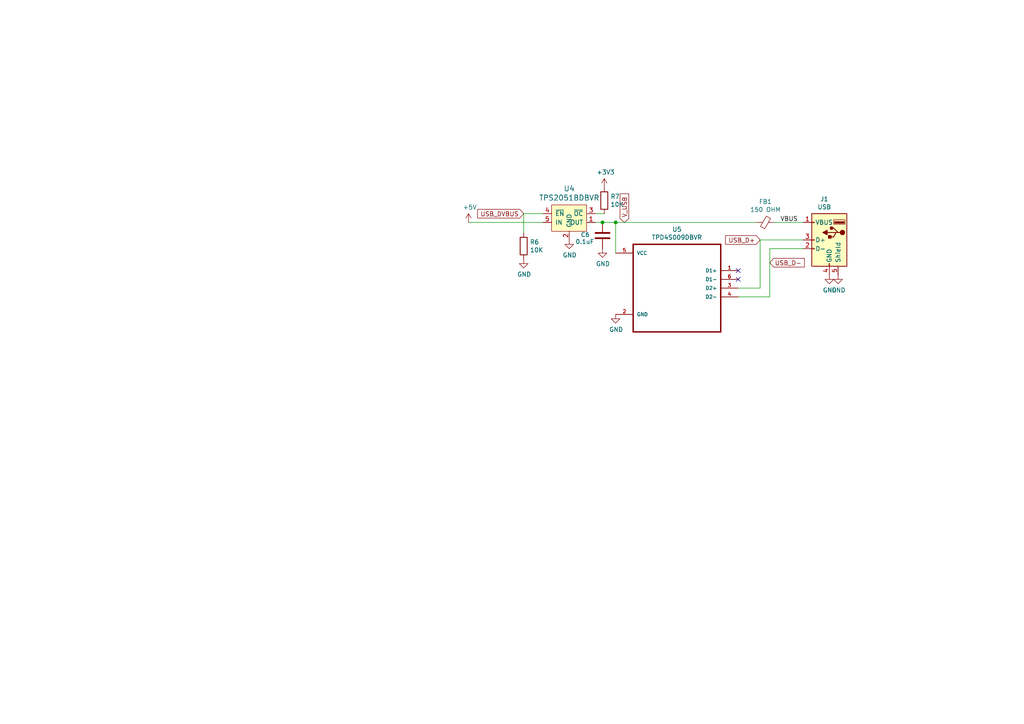
<source format=kicad_sch>
(kicad_sch (version 20250114) (generator "eeschema") (generator_version "9.0")
  (paper "A4")
  (title_block (date "2020-10-04") (rev "v1.1"))
  (lib_symbols
    (symbol "Device:C" (pin_numbers (hide yes)) (pin_names (offset 0.254))
      (property "Reference" "C" (at 0.635 2.54 0))
      (property "Value" "C" (at 0.635 -2.54 0))
      (symbol "C_0_1"
        (polyline (pts (xy -2.032 0.762) (xy 2.032 0.762)) (stroke (width 0.508)))
        (polyline (pts (xy -2.032 -0.762) (xy 2.032 -0.762)) (stroke (width 0.508)))
      )
      (symbol "C_1_1"
        (pin passive line (at 0 3.81 270) (length 2.794) (name "~") (number "1"))
        (pin passive line (at 0 -3.81 90) (length 2.794) (name "~") (number "2"))
      )
    )
    (symbol "Device:R" (pin_numbers (hide yes)) (pin_names (offset 0))
      (property "Reference" "R" (at 2.032 0 90))
      (property "Value" "R" (at 0 0 90))
      (symbol "R_0_1"
        (rectangle (start -1.016 -2.54) (end 1.016 2.54) (stroke (width 0.254)))
      )
      (symbol "R_1_1"
        (pin passive line (at 0 3.81 270) (length 1.27) (name "~") (number "1"))
        (pin passive line (at 0 -3.81 90) (length 1.27) (name "~") (number "2"))
      )
    )
    (symbol "PB_16-rescue:+3.3V-power" (power) (pin_names (offset 0))
      (property "Value" "+3.3V-power" (at 0 3.556 0))
      (symbol "+3.3V-power_0_1"
        (polyline (pts (xy -0.762 1.27) (xy 0 2.54)))
        (polyline (pts (xy 0 2.54) (xy 0.762 1.27)))
        (polyline (pts (xy 0 0) (xy 0 2.54)))
      )
      (symbol "+3.3V-power_1_1"
        (pin power_in line (at 0 0 90) (length 0) (hide yes) (name "+3V3") (number "1"))
      )
    )
    (symbol "PB_16-rescue:Ferrite_Bead_Small-Device" (pin_numbers (hide yes)) (pin_names (offset 0))
      (property "Reference" "FB" (at 1.905 1.27 0))
      (property "Value" "Ferrite_Bead_Small-Device" (at 1.905 -1.27 0))
      (symbol "Ferrite_Bead_Small-Device_0_1"
        (polyline (pts (xy -1.8288 0.2794) (xy -1.1176 1.4986) (xy 1.8288 -0.2032) (xy 1.1176 -1.4224) (xy -1.8288 0.2794)))
        (polyline (pts (xy 0 0.889) (xy 0 1.2954)))
        (polyline (pts (xy 0 -1.27) (xy 0 -0.7874)))
      )
      (symbol "Ferrite_Bead_Small-Device_1_1"
        (pin passive line (at 0 2.54 270) (length 1.27) (name "~") (number "1"))
        (pin passive line (at 0 -2.54 90) (length 1.27) (name "~") (number "2"))
      )
    )
    (symbol "PB_16-rescue:TPD4S009DBVR-TPD4S009DBVR" (pin_names (offset 1.016))
      (property "Reference" "U" (at -12.7 13.6906 0))
      (property "Value" "TPD4S009DBVR-TPD4S009DBVR" (at -12.7 -16.6878 0))
      (symbol "TPD4S009DBVR-TPD4S009DBVR_0_0"
        (polyline (pts (xy -12.7 12.7) (xy 12.7 12.7)) (stroke (width 0.4064)))
        (polyline (pts (xy -12.7 -12.7) (xy -12.7 12.7)) (stroke (width 0.4064)))
        (polyline (pts (xy 12.7 12.7) (xy 12.7 -12.7)) (stroke (width 0.4064)))
        (polyline (pts (xy 12.7 -12.7) (xy -12.7 -12.7)) (stroke (width 0.4064)))
        (pin input line (at -17.78 5.08 0) (length 5.08) (name "D1+") (number "1"))
        (pin input line (at -17.78 2.54 0) (length 5.08) (name "D1-") (number "6"))
        (pin input line (at -17.78 0 0) (length 5.08) (name "D2+") (number "3"))
        (pin input line (at -17.78 -2.54 0) (length 5.08) (name "D2-") (number "4"))
        (pin power_in line (at 17.78 10.16 180) (length 5.08) (name "VCC") (number "5"))
        (pin power_in line (at 17.78 -7.62 180) (length 5.08) (name "GND") (number "2"))
      )
    )
    (symbol "PB_16-rescue:TPS2051BDBVR-dk_PMIC-Power-Distribution-Switches-Load-Drivers" (pin_names (offset 1.016))
      (property "Reference" "U" (at -5.08 5.08 0))
      (property "Value" "TPS2051BDBVR-dk_PMIC-Power-Distribution-Switches-Load-Drivers" (at 2.54 -7.62 0))
      (symbol "TPS2051BDBVR-dk_PMIC-Power-Distribution-Switches-Load-Drivers_0_1"
        (rectangle (start -5.08 2.54) (end 5.08 -5.08) (fill (type background)))
      )
      (symbol "TPS2051BDBVR-dk_PMIC-Power-Distribution-Switches-Load-Drivers_1_1"
        (pin input line (at -7.62 0 0) (length 2.54) (name "~{EN}") (number "4"))
        (pin input line (at -7.62 -2.54 0) (length 2.54) (name "IN") (number "5"))
        (pin power_in line (at 0 -7.62 90) (length 2.54) (name "GND") (number "2"))
        (pin output line (at 7.62 0 180) (length 2.54) (name "~{OC}") (number "3"))
        (pin output line (at 7.62 -2.54 180) (length 2.54) (name "OUT") (number "1"))
      )
    )
    (symbol "PB_16-rescue:USB_A-Connector" (pin_names (offset 1.016))
      (property "Reference" "J" (at -5.08 11.43 0))
      (property "Value" "USB_A-Connector" (at -5.08 8.89 0))
      (symbol "USB_A-Connector_0_1"
        (rectangle (start -5.08 -7.62) (end 5.08 7.62) (stroke (width 0.254)) (fill (type background)))
        (circle (center -3.81 2.159) (radius 0.635) (stroke (width 0.254)) (fill (type outline)))
        (polyline (pts (xy -3.175 2.159) (xy -2.54 2.159) (xy -1.27 3.429) (xy -0.635 3.429)) (stroke (width 0.254)))
        (polyline (pts (xy -2.54 2.159) (xy -1.905 2.159) (xy -1.27 0.889) (xy 0 0.889)) (stroke (width 0.254)))
        (rectangle (start -1.524 4.826) (end -4.318 5.334) (fill (type outline)))
        (rectangle (start -1.27 4.572) (end -4.572 5.842))
        (circle (center -0.635 3.429) (radius 0.381) (stroke (width 0.254)) (fill (type outline)))
        (rectangle (start -0.127 -7.62) (end 0.127 -6.858))
        (rectangle (start 0.254 1.27) (end -0.508 0.508) (stroke (width 0.254)) (fill (type outline)))
        (polyline (pts (xy 0.635 2.794) (xy 0.635 1.524) (xy 1.905 2.159) (xy 0.635 2.794)) (stroke (width 0.254)) (fill (type outline)))
        (rectangle (start 5.08 4.953) (end 4.318 5.207))
        (rectangle (start 5.08 -0.127) (end 4.318 0.127))
        (rectangle (start 5.08 -2.667) (end 4.318 -2.413))
      )
      (symbol "USB_A-Connector_1_1"
        (polyline (pts (xy -1.905 2.159) (xy 0.635 2.159)) (stroke (width 0.254)))
        (pin passive line (at -2.54 -10.16 90) (length 2.54) (name "Shield") (number "5"))
        (pin power_in line (at 0 -10.16 90) (length 2.54) (name "GND") (number "4"))
        (pin power_in line (at 7.62 5.08 180) (length 2.54) (name "VBUS") (number "1"))
        (pin passive line (at 7.62 0 180) (length 2.54) (name "D+") (number "3"))
        (pin passive line (at 7.62 -2.54 180) (length 2.54) (name "D-") (number "2"))
      )
    )
    (symbol "power:+5V" (power) (pin_names (offset 0))
      (property "Value" "+5V" (at 0 3.556 0))
      (symbol "+5V_0_1"
        (polyline (pts (xy -0.762 1.27) (xy 0 2.54)))
        (polyline (pts (xy 0 2.54) (xy 0.762 1.27)))
        (polyline (pts (xy 0 0) (xy 0 2.54)))
      )
      (symbol "+5V_1_1"
        (pin power_in line (at 0 0 90) (length 0) (hide yes) (name "+5V") (number "1"))
      )
    )
    (symbol "power:GND" (power) (pin_names (offset 0))
      (property "Value" "GND" (at 0 -3.81 0))
      (symbol "GND_0_1"
        (polyline (pts (xy 0 0) (xy 0 -1.27) (xy 1.27 -1.27) (xy 0 -2.54) (xy -1.27 -1.27) (xy 0 -1.27)))
      )
      (symbol "GND_1_1"
        (pin power_in line (at 0 0 270) (length 0) (hide yes) (name "GND") (number "1"))
      )
    )
  )
  (junction (at 178.562 64.516))
  (junction (at 174.752 64.516))
  (no_connect (at 214.122 81.026))
  (no_connect (at 214.122 78.486))
  (wire (pts (xy 157.48 64.516) (xy 135.89 64.516)))
  (wire (pts (xy 220.472 69.596) (xy 220.472 83.566)))
  (wire (pts (xy 224.536 64.516) (xy 232.918 64.516)))
  (wire (pts (xy 220.472 83.566) (xy 214.122 83.566)))
  (wire (pts (xy 178.562 64.516) (xy 174.752 64.516)))
  (wire (pts (xy 223.266 72.136) (xy 232.918 72.136)))
  (wire (pts (xy 232.918 69.596) (xy 220.472 69.596)))
  (wire (pts (xy 151.892 61.976) (xy 151.892 67.564)))
  (wire (pts (xy 172.72 61.976) (xy 175.26 61.976)))
  (wire (pts (xy 157.48 61.976) (xy 151.892 61.976)))
  (wire (pts (xy 174.752 64.516) (xy 172.72 64.516)))
  (wire (pts (xy 219.456 64.516) (xy 178.562 64.516)))
  (wire (pts (xy 223.266 86.106) (xy 223.266 72.136)))
  (wire (pts (xy 178.562 73.406) (xy 178.562 64.516)))
  (wire (pts (xy 214.122 86.106) (xy 223.266 86.106)))
  (label "VBUS" (at 226.314 64.516 0))
  (global_label "USB_DVBUS" (shape input) (at 151.892 61.976 180) (property "Intersheetrefs" "${INTERSHEET_REFS}" (effects (hide yes))))
  (global_label "USB_D+" (shape input) (at 220.472 69.596 180) (property "Intersheetrefs" "${INTERSHEET_REFS}" (effects (hide yes))))
  (global_label "USB_D-" (shape input) (at 223.266 76.2 0) (property "Intersheetrefs" "${INTERSHEET_REFS}" (effects (hide yes))))
  (global_label "V_USB" (shape input) (at 181.102 64.516 90) (property "Intersheetrefs" "${INTERSHEET_REFS}" (effects (hide yes))))
  (symbol (lib_id "PB_16-rescue:TPS2051BDBVR-dk_PMIC-Power-Distribution-Switches-Load-Drivers") (at 165.1 61.976 0) (unit 1)
    (property "Reference" "U4" (at 165.1 54.6862 0) (effects (font (size 1.524 1.524))))
    (property "Value" "TPS2051BDBVR" (at 165.1 57.3786 0) (effects (font (size 1.524 1.524))))
    (property "Footprint" "digikey-footprints:SOT-753" (effects (hide yes)))
    (property "Datasheet" "http://www.ti.com/general/docs/suppproductinfo.tsp?distId=10&gotoUrl=http%3A%2F%2Fwww.ti.com%2Flit%2Fgpn%2Ftps2051b" (effects (hide yes)))
    (property "Digi-Key_PN" "296-21265-1-ND" (effects (hide yes)))
    (property "MPN" "TPS2051BDBVR" (effects (hide yes)))
    (property "Category" "Integrated Circuits (ICs)" (effects (hide yes)))
    (property "Family" "PMIC - Power Distribution Switches, Load Drivers" (effects (hide yes)))
    (property "DK_Datasheet_Link" "http://www.ti.com/general/docs/suppproductinfo.tsp?distId=10&gotoUrl=http%3A%2F%2Fwww.ti.com%2Flit%2Fgpn%2Ftps2051b" (effects (hide yes)))
    (property "DK_Detail_Page" "/product-detail/en/texas-instruments/TPS2051BDBVR/296-21265-1-ND/1219985" (effects (hide yes)))
    (property "Description" "IC PWR DIST SWITCH SNGL SOT23-5" (effects (hide yes)))
    (property "Manufacturer" "Texas Instruments" (effects (hide yes)))
    (property "Status" "Active" (effects (hide yes)))
    (property "LCSC" "C51386" (effects (hide yes)))
  )
  (symbol (lib_id "PB_16-rescue:TPD4S009DBVR-TPD4S009DBVR") (at 196.342 83.566 0) (mirror y) (unit 1)
    (property "Reference" "U5" (at 196.342 66.548 0))
    (property "Value" "TPD4S009DBVR" (at 196.342 68.8594 0))
    (property "Footprint" "Package_TO_SOT_SMD:SOT-23-6_Handsoldering" (effects (hide yes)))
    (property "Digi-Key_PN" "296-23749-1-ND" (effects (hide yes)))
    (property "LCSC" "C88032" (effects (hide yes)))
    (property "MPN" "TPD4S009DBVR" (effects (hide yes)))
  )
  (symbol (lib_id "power:GND") (at 240.538 79.756 0) (unit 1)
    (property "Reference" "#PWR018" (effects (hide yes)))
    (property "Value" "GND" (at 240.665 84.1502 0))
  )
  (symbol (lib_id "PB_16-rescue:USB_A-Connector") (at 240.538 69.596 0) (mirror y) (unit 1)
    (property "Reference" "J1" (at 239.0902 57.7342 0))
    (property "Value" "USB" (at 239.0902 60.0456 0))
    (property "Footprint" "Connector_USB:USB_A_Stewart_SS-52100-001_Horizontal" (effects (hide yes)))
    (property "Datasheet" " ~" (effects (hide yes)))
    (property "Digi-Key_PN" "380-1412-ND" (effects (hide yes)))
    (property "MPN" "SS-52100-001" (effects (hide yes)))
  )
  (symbol (lib_id "power:GND") (at 243.078 79.756 0) (unit 1)
    (property "Reference" "#PWR019" (effects (hide yes)))
    (property "Value" "GND" (at 243.205 84.1502 0))
  )
  (symbol (lib_id "Device:R") (at 151.892 71.374 0) (unit 1)
    (property "Reference" "R6" (at 153.67 70.2056 0) (effects (justify left)))
    (property "Value" "10K" (at 153.67 72.517 0) (effects (justify left)))
    (property "Footprint" "Resistor_SMD:R_0805_2012Metric" (effects (hide yes)))
    (property "Digi-Key_PN" "RNCP0805FTD10K0CT-ND" (effects (hide yes)))
    (property "LCSC" "C17414" (effects (hide yes)))
    (property "MPN" "RNCP0805FTD10K0" (effects (hide yes)))
  )
  (symbol (lib_id "Device:R") (at 175.26 58.166 0) (unit 1)
    (property "Reference" "R7" (at 177.038 56.9976 0) (effects (justify left)))
    (property "Value" "10K" (at 177.038 59.309 0) (effects (justify left)))
    (property "Footprint" "Resistor_SMD:R_0805_2012Metric" (effects (hide yes)))
    (property "Digi-Key_PN" "RNCP0805FTD10K0CT-ND" (effects (hide yes)))
    (property "LCSC" "C17414" (effects (hide yes)))
    (property "MPN" "RNCP0805FTD10K0" (effects (hide yes)))
  )
  (symbol (lib_id "Device:C") (at 174.752 68.326 0) (unit 1)
    (property "Reference" "C6" (at 168.402 68.072 0) (effects (justify left)))
    (property "Value" "0.1uF" (at 166.878 70.104 0) (effects (justify left)))
    (property "Footprint" "Capacitor_SMD:C_0805_2012Metric" (effects (hide yes)))
    (property "Digi-Key_PN" "1276-1007-1-ND" (effects (hide yes)))
    (property "LCSC" "C49678" (effects (hide yes)))
    (property "MPN" "CL21F104ZBCNNNC" (effects (hide yes)))
  )
  (symbol (lib_id "PB_16-rescue:Ferrite_Bead_Small-Device") (at 221.996 64.516 270) (unit 1)
    (property "Reference" "FB1" (at 221.996 58.4962 90))
    (property "Value" "150 OHM" (at 221.996 60.8076 90))
    (property "Footprint" "Inductor_SMD:L_0805_2012Metric_Pad1.15x1.40mm_HandSolder" (effects (hide yes)))
    (property "Digi-Key_PN" "MU2029-151YCT-ND" (effects (hide yes)))
    (property "LCSC" "C1015" (effects (hide yes)))
    (property "MPN" "MU2029-151Y" (effects (hide yes)))
  )
  (symbol (lib_id "power:GND") (at 178.562 91.186 0) (unit 1)
    (property "Reference" "#PWR017" (effects (hide yes)))
    (property "Value" "GND" (at 178.689 95.5802 0))
  )
  (symbol (lib_id "power:GND") (at 174.752 72.136 0) (unit 1)
    (property "Reference" "#PWR015" (effects (hide yes)))
    (property "Value" "GND" (at 174.879 76.5302 0))
  )
  (symbol (lib_id "power:GND") (at 165.1 69.596 0) (unit 1)
    (property "Reference" "#PWR014" (effects (hide yes)))
    (property "Value" "GND" (at 165.227 73.9902 0))
  )
  (symbol (lib_id "PB_16-rescue:+3.3V-power") (at 175.26 54.356 0) (unit 1)
    (property "Reference" "#PWR016" (effects (hide yes)))
    (property "Value" "+3V3" (at 175.641 49.9618 0))
  )
  (symbol (lib_id "power:+5V") (at 135.89 64.516 0) (unit 1)
    (property "Reference" "#PWR02" (effects (hide yes)))
    (property "Value" "+5V" (at 136.271 60.1218 0))
  )
  (symbol (lib_id "power:GND") (at 151.892 75.184 0) (unit 1)
    (property "Reference" "#PWR03" (effects (hide yes)))
    (property "Value" "GND" (at 152.019 79.5782 0))
  )
)
</source>
